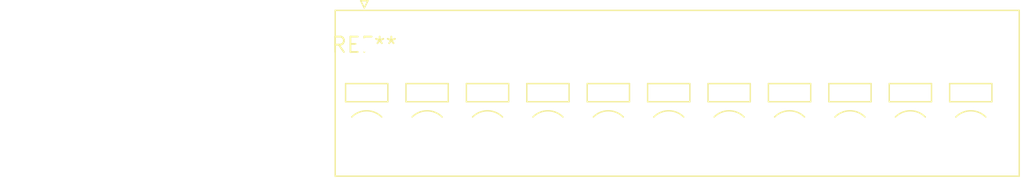
<source format=kicad_pcb>
(kicad_pcb (version 20240108) (generator pcbnew)
  (layers (0 "F.Cu" signal) (31 "B.Cu" signal) (34 "B.Paste" user) (35 "F.Paste" user) (36 "B.SilkS" user "B.Silkscreen") (37 "F.SilkS" user "F.Silkscreen") (38 "B.Mask" user) (39 "F.Mask" user) (44 "Edge.Cuts" user))
  (net 0 "")
  (footprint "PhoenixContact_SPT_2.5_11-V-5.0-EX_1x11_P5.0mm_Vertical" (layer "F.Cu") (at 0 0)
    (property "Reference" "REF**")
    (property "Value" "PhoenixContact_SPT_2.5_11-V-5.0-EX_1x11_P5.0mm_Vertical")
    (fp_line (start -2.41 -2.86) (end 54.21 -2.86) (layer "F.SilkS") (stroke (width 0.12)))
    (fp_line (start -2.41 10.86) (end -2.41 -2.86) (layer "F.SilkS") (stroke (width 0.12)))
    (fp_line (start -1.55 3.2) (end -1.55 4.7) (layer "F.SilkS") (stroke (width 0.12)))
    (fp_line (start -1.55 4.7) (end 1.95 4.7) (layer "F.SilkS") (stroke (width 0.12)))
    (fp_line (start -0.3 -3.66) (end 0 -3.06) (layer "F.SilkS") (stroke (width 0.12)))
    (fp_line (start -0.3 -3.66) (end 0.3 -3.66) (layer "F.SilkS") (stroke (width 0.12)))
    (fp_line (start 0.3 -3.66) (end 0 -3.06) (layer "F.SilkS") (stroke (width 0.12)))
    (fp_line (start 1.95 3.2) (end -1.55 3.2) (layer "F.SilkS") (stroke (width 0.12)))
    (fp_line (start 1.95 4.7) (end 1.95 3.2) (layer "F.SilkS") (stroke (width 0.12)))
    (fp_line (start 3.45 3.2) (end 3.45 4.7) (layer "F.SilkS") (stroke (width 0.12)))
    (fp_line (start 3.45 4.7) (end 6.95 4.7) (layer "F.SilkS") (stroke (width 0.12)))
    (fp_line (start 6.95 3.2) (end 3.45 3.2) (layer "F.SilkS") (stroke (width 0.12)))
    (fp_line (start 6.95 4.7) (end 6.95 3.2) (layer "F.SilkS") (stroke (width 0.12)))
    (fp_line (start 8.45 3.2) (end 8.45 4.7) (layer "F.SilkS") (stroke (width 0.12)))
    (fp_line (start 8.45 4.7) (end 11.95 4.7) (layer "F.SilkS") (stroke (width 0.12)))
    (fp_line (start 11.95 3.2) (end 8.45 3.2) (layer "F.SilkS") (stroke (width 0.12)))
    (fp_line (start 11.95 4.7) (end 11.95 3.2) (layer "F.SilkS") (stroke (width 0.12)))
    (fp_line (start 13.45 3.2) (end 13.45 4.7) (layer "F.SilkS") (stroke (width 0.12)))
    (fp_line (start 13.45 4.7) (end 16.95 4.7) (layer "F.SilkS") (stroke (width 0.12)))
    (fp_line (start 16.95 3.2) (end 13.45 3.2) (layer "F.SilkS") (stroke (width 0.12)))
    (fp_line (start 16.95 4.7) (end 16.95 3.2) (layer "F.SilkS") (stroke (width 0.12)))
    (fp_line (start 18.45 3.2) (end 18.45 4.7) (layer "F.SilkS") (stroke (width 0.12)))
    (fp_line (start 18.45 4.7) (end 21.95 4.7) (layer "F.SilkS") (stroke (width 0.12)))
    (fp_line (start 21.95 3.2) (end 18.45 3.2) (layer "F.SilkS") (stroke (width 0.12)))
    (fp_line (start 21.95 4.7) (end 21.95 3.2) (layer "F.SilkS") (stroke (width 0.12)))
    (fp_line (start 23.45 3.2) (end 23.45 4.7) (layer "F.SilkS") (stroke (width 0.12)))
    (fp_line (start 23.45 4.7) (end 26.95 4.7) (layer "F.SilkS") (stroke (width 0.12)))
    (fp_line (start 26.95 3.2) (end 23.45 3.2) (layer "F.SilkS") (stroke (width 0.12)))
    (fp_line (start 26.95 4.7) (end 26.95 3.2) (layer "F.SilkS") (stroke (width 0.12)))
    (fp_line (start 28.45 3.2) (end 28.45 4.7) (layer "F.SilkS") (stroke (width 0.12)))
    (fp_line (start 28.45 4.7) (end 31.95 4.7) (layer "F.SilkS") (stroke (width 0.12)))
    (fp_line (start 31.95 3.2) (end 28.45 3.2) (layer "F.SilkS") (stroke (width 0.12)))
    (fp_line (start 31.95 4.7) (end 31.95 3.2) (layer "F.SilkS") (stroke (width 0.12)))
    (fp_line (start 33.45 3.2) (end 33.45 4.7) (layer "F.SilkS") (stroke (width 0.12)))
    (fp_line (start 33.45 4.7) (end 36.95 4.7) (layer "F.SilkS") (stroke (width 0.12)))
    (fp_line (start 36.95 3.2) (end 33.45 3.2) (layer "F.SilkS") (stroke (width 0.12)))
    (fp_line (start 36.95 4.7) (end 36.95 3.2) (layer "F.SilkS") (stroke (width 0.12)))
    (fp_line (start 38.45 3.2) (end 38.45 4.7) (layer "F.SilkS") (stroke (width 0.12)))
    (fp_line (start 38.45 4.7) (end 41.95 4.7) (layer "F.SilkS") (stroke (width 0.12)))
    (fp_line (start 41.95 3.2) (end 38.45 3.2) (layer "F.SilkS") (stroke (width 0.12)))
    (fp_line (start 41.95 4.7) (end 41.95 3.2) (layer "F.SilkS") (stroke (width 0.12)))
    (fp_line (start 43.45 3.2) (end 43.45 4.7) (layer "F.SilkS") (stroke (width 0.12)))
    (fp_line (start 43.45 4.7) (end 46.95 4.7) (layer "F.SilkS") (stroke (width 0.12)))
    (fp_line (start 46.95 3.2) (end 43.45 3.2) (layer "F.SilkS") (stroke (width 0.12)))
    (fp_line (start 46.95 4.7) (end 46.95 3.2) (layer "F.SilkS") (stroke (width 0.12)))
    (fp_line (start 48.45 3.2) (end 48.45 4.7) (layer "F.SilkS") (stroke (width 0.12)))
    (fp_line (start 48.45 4.7) (end 51.95 4.7) (layer "F.SilkS") (stroke (width 0.12)))
    (fp_line (start 51.95 3.2) (end 48.45 3.2) (layer "F.SilkS") (stroke (width 0.12)))
    (fp_line (start 51.95 4.7) (end 51.95 3.2) (layer "F.SilkS") (stroke (width 0.12)))
    (fp_line (start 54.21 -2.86) (end 54.21 10.86) (layer "F.SilkS") (stroke (width 0.12)))
    (fp_line (start 54.21 10.86) (end -2.41 10.86) (layer "F.SilkS") (stroke (width 0.12)))
    (fp_arc (start -1.037437 5.962563) (mid 0.2 5.45) (end 1.437437 5.962563) (layer "F.SilkS") (stroke (width 0.12)))
    (fp_arc (start 3.962563 5.962563) (mid 5.2 5.45) (end 6.437437 5.962563) (layer "F.SilkS") (stroke (width 0.12)))
    (fp_arc (start 8.962563 5.962563) (mid 10.2 5.45) (end 11.437437 5.962563) (layer "F.SilkS") (stroke (width 0.12)))
    (fp_arc (start 13.962563 5.962563) (mid 15.2 5.45) (end 16.437437 5.962563) (layer "F.SilkS") (stroke (width 0.12)))
    (fp_arc (start 18.962563 5.962563) (mid 20.2 5.45) (end 21.437437 5.962563) (layer "F.SilkS") (stroke (width 0.12)))
    (fp_arc (start 23.962563 5.962563) (mid 25.2 5.45) (end 26.437437 5.962563) (layer "F.SilkS") (stroke (width 0.12)))
    (fp_arc (start 28.962563 5.962563) (mid 30.2 5.45) (end 31.437437 5.962563) (layer "F.SilkS") (stroke (width 0.12)))
    (fp_arc (start 33.962563 5.962563) (mid 35.2 5.45) (end 36.437437 5.962563) (layer "F.SilkS") (stroke (width 0.12)))
    (fp_arc (start 38.962563 5.962563) (mid 40.2 5.45) (end 41.437437 5.962563) (layer "F.SilkS") (stroke (width 0.12)))
    (fp_arc (start 43.962563 5.962563) (mid 45.2 5.45) (end 46.437437 5.962563) (layer "F.SilkS") (stroke (width 0.12)))
    (fp_arc (start 48.962563 5.962563) (mid 50.2 5.45) (end 51.437437 5.962563) (layer "F.SilkS") (stroke (width 0.12)))
    (pad "1" thru_hole roundrect (at 0 0) (size 1.8 3.3) (drill 1.1) (layers *.Cu *.Mask) (remove_unused_layers) (roundrect_rratio 0.138889))
    (pad "1" thru_hole roundrect (at 0 8.2) (size 1.8 3.3) (drill 1.1) (layers *.Cu *.Mask) (remove_unused_layers) (roundrect_rratio 0.138889))
    (pad "2" thru_hole oval (at 5 0) (size 1.8 3.3) (drill 1.1) (layers *.Cu *.Mask) (remove_unused_layers))
    (pad "2" thru_hole oval (at 5 8.2) (size 1.8 3.3) (drill 1.1) (layers *.Cu *.Mask) (remove_unused_layers))
    (pad "3" thru_hole oval (at 10 0) (size 1.8 3.3) (drill 1.1) (layers *.Cu *.Mask) (remove_unused_layers))
    (pad "3" thru_hole oval (at 10 8.2) (size 1.8 3.3) (drill 1.1) (layers *.Cu *.Mask) (remove_unused_layers))
    (pad "4" thru_hole oval (at 15 0) (size 1.8 3.3) (drill 1.1) (layers *.Cu *.Mask) (remove_unused_layers))
    (pad "4" thru_hole oval (at 15 8.2) (size 1.8 3.3) (drill 1.1) (layers *.Cu *.Mask) (remove_unused_layers))
    (pad "5" thru_hole oval (at 20 0) (size 1.8 3.3) (drill 1.1) (layers *.Cu *.Mask) (remove_unused_layers))
    (pad "5" thru_hole oval (at 20 8.2) (size 1.8 3.3) (drill 1.1) (layers *.Cu *.Mask) (remove_unused_layers))
    (pad "6" thru_hole oval (at 25 0) (size 1.8 3.3) (drill 1.1) (layers *.Cu *.Mask) (remove_unused_layers))
    (pad "6" thru_hole oval (at 25 8.2) (size 1.8 3.3) (drill 1.1) (layers *.Cu *.Mask) (remove_unused_layers))
    (pad "7" thru_hole oval (at 30 0) (size 1.8 3.3) (drill 1.1) (layers *.Cu *.Mask) (remove_unused_layers))
    (pad "7" thru_hole oval (at 30 8.2) (size 1.8 3.3) (drill 1.1) (layers *.Cu *.Mask) (remove_unused_layers))
    (pad "8" thru_hole oval (at 35 0) (size 1.8 3.3) (drill 1.1) (layers *.Cu *.Mask) (remove_unused_layers))
    (pad "8" thru_hole oval (at 35 8.2) (size 1.8 3.3) (drill 1.1) (layers *.Cu *.Mask) (remove_unused_layers))
    (pad "9" thru_hole oval (at 40 0) (size 1.8 3.3) (drill 1.1) (layers *.Cu *.Mask) (remove_unused_layers))
    (pad "9" thru_hole oval (at 40 8.2) (size 1.8 3.3) (drill 1.1) (layers *.Cu *.Mask) (remove_unused_layers))
    (pad "10" thru_hole oval (at 45 0) (size 1.8 3.3) (drill 1.1) (layers *.Cu *.Mask) (remove_unused_layers))
    (pad "10" thru_hole oval (at 45 8.2) (size 1.8 3.3) (drill 1.1) (layers *.Cu *.Mask) (remove_unused_layers))
    (pad "11" thru_hole oval (at 50 0) (size 1.8 3.3) (drill 1.1) (layers *.Cu *.Mask) (remove_unused_layers))
    (pad "11" thru_hole oval (at 50 8.2) (size 1.8 3.3) (drill 1.1) (layers *.Cu *.Mask) (remove_unused_layers))
  )
)
</source>
